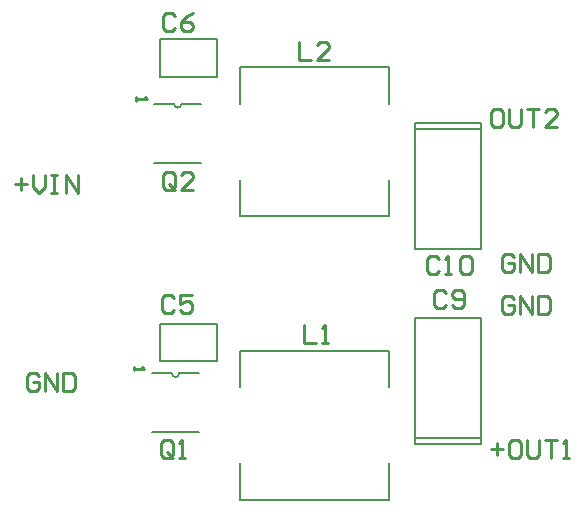
<source format=gto>
G04*
G04 #@! TF.GenerationSoftware,Altium Limited,Altium Designer,24.1.2 (44)*
G04*
G04 Layer_Color=65535*
%FSLAX44Y44*%
%MOMM*%
G71*
G04*
G04 #@! TF.SameCoordinates,484C763D-0509-4B11-89FF-D8E859C25604*
G04*
G04*
G04 #@! TF.FilePolarity,Positive*
G04*
G01*
G75*
%ADD10C,0.2000*%
%ADD11C,0.2540*%
D10*
X151825Y174000D02*
G03*
X158175Y174000I3175J0D01*
G01*
X153825Y402000D02*
G03*
X160175Y402000I3175J0D01*
G01*
X135000Y174000D02*
X151825D01*
X158175D02*
X175000D01*
X135000Y124000D02*
X175000D01*
X137000Y352000D02*
X177000D01*
X160175Y402000D02*
X177000D01*
X137000D02*
X153825D01*
X358000Y381000D02*
X414000D01*
Y279000D02*
Y381000D01*
X358000Y279000D02*
X414000D01*
X358000D02*
Y381000D01*
Y386000D02*
X414000D01*
Y381000D02*
Y386000D01*
X358000Y381000D02*
Y386000D01*
X210000Y162000D02*
Y193000D01*
X336000Y162000D02*
Y193000D01*
X210000Y67000D02*
Y98000D01*
X336000Y67000D02*
Y98000D01*
X210000Y67000D02*
X336000D01*
X210000Y193000D02*
X336000D01*
X190000Y425000D02*
Y457000D01*
X142000Y425000D02*
X190000D01*
X142000D02*
Y457000D01*
X190000D01*
X358000Y119000D02*
X414000D01*
X358000D02*
Y221000D01*
X414000D01*
Y119000D02*
Y221000D01*
X358000Y114000D02*
X414000D01*
X358000D02*
Y119000D01*
X414000Y114000D02*
Y119000D01*
X336000Y307000D02*
Y338000D01*
X210000Y307000D02*
Y338000D01*
X336000Y402000D02*
Y433000D01*
X210000Y402000D02*
Y433000D01*
X336000D01*
X210000Y307000D02*
X336000D01*
X142000Y184000D02*
X190000D01*
Y216000D01*
X142000D02*
X190000D01*
X142000Y184000D02*
Y216000D01*
D11*
X119540Y179460D02*
Y176461D01*
Y177961D01*
X128537D01*
X127038Y179460D01*
X121540Y407460D02*
Y404461D01*
Y405961D01*
X130537D01*
X129038Y407460D01*
X378113Y271078D02*
X375574Y273617D01*
X370495D01*
X367956Y271078D01*
Y260922D01*
X370495Y258382D01*
X375574D01*
X378113Y260922D01*
X383191Y258382D02*
X388270D01*
X385730D01*
Y273617D01*
X383191Y271078D01*
X395887D02*
X398426Y273617D01*
X403505D01*
X406044Y271078D01*
Y260922D01*
X403505Y258382D01*
X398426D01*
X395887Y260922D01*
Y271078D01*
X430158Y397775D02*
X425079D01*
X422540Y395236D01*
Y385079D01*
X425079Y382540D01*
X430158D01*
X432697Y385079D01*
Y395236D01*
X430158Y397775D01*
X437775D02*
Y385079D01*
X440314Y382540D01*
X445393D01*
X447932Y385079D01*
Y397775D01*
X453010D02*
X463167D01*
X458088D01*
Y382540D01*
X478402D02*
X468245D01*
X478402Y392697D01*
Y395236D01*
X475863Y397775D01*
X470784D01*
X468245Y395236D01*
X441697Y272236D02*
X439157Y274775D01*
X434079D01*
X431540Y272236D01*
Y262079D01*
X434079Y259540D01*
X439157D01*
X441697Y262079D01*
Y267157D01*
X436618D01*
X446775Y259540D02*
Y274775D01*
X456932Y259540D01*
Y274775D01*
X462010D02*
Y259540D01*
X469628D01*
X472167Y262079D01*
Y272236D01*
X469628Y274775D01*
X462010D01*
X441697Y237236D02*
X439157Y239775D01*
X434079D01*
X431540Y237236D01*
Y227079D01*
X434079Y224540D01*
X439157D01*
X441697Y227079D01*
Y232157D01*
X436618D01*
X446775Y224540D02*
Y239775D01*
X456932Y224540D01*
Y239775D01*
X462010D02*
Y224540D01*
X469628D01*
X472167Y227079D01*
Y237236D01*
X469628Y239775D01*
X462010D01*
X422540Y110157D02*
X432697D01*
X427618Y115236D02*
Y105079D01*
X445393Y117775D02*
X440314D01*
X437775Y115236D01*
Y105079D01*
X440314Y102540D01*
X445393D01*
X447932Y105079D01*
Y115236D01*
X445393Y117775D01*
X453010D02*
Y105079D01*
X455549Y102540D01*
X460628D01*
X463167Y105079D01*
Y117775D01*
X468245D02*
X478402D01*
X473324D01*
Y102540D01*
X483480D02*
X488559D01*
X486020D01*
Y117775D01*
X483480Y115236D01*
X39697Y171236D02*
X37157Y173775D01*
X32079D01*
X29540Y171236D01*
Y161079D01*
X32079Y158540D01*
X37157D01*
X39697Y161079D01*
Y166157D01*
X34618D01*
X44775Y158540D02*
Y173775D01*
X54932Y158540D01*
Y173775D01*
X60010D02*
Y158540D01*
X67628D01*
X70167Y161079D01*
Y171236D01*
X67628Y173775D01*
X60010D01*
X19540Y334157D02*
X29697D01*
X24618Y339236D02*
Y329079D01*
X34775Y341775D02*
Y331618D01*
X39853Y326540D01*
X44932Y331618D01*
Y341775D01*
X50010D02*
X55089D01*
X52549D01*
Y326540D01*
X50010D01*
X55089D01*
X62706D02*
Y341775D01*
X72863Y326540D01*
Y341775D01*
X263843Y214618D02*
Y199382D01*
X274000D01*
X279078D02*
X284157D01*
X281618D01*
Y214618D01*
X279078Y212078D01*
X153000Y104922D02*
Y115078D01*
X150461Y117618D01*
X145382D01*
X142843Y115078D01*
Y104922D01*
X145382Y102382D01*
X150461D01*
X147922Y107461D02*
X153000Y102382D01*
X150461D02*
X153000Y104922D01*
X158078Y102382D02*
X163157D01*
X160618D01*
Y117618D01*
X158078Y115078D01*
X154461Y476078D02*
X151922Y478618D01*
X146843D01*
X144304Y476078D01*
Y465922D01*
X146843Y463382D01*
X151922D01*
X154461Y465922D01*
X169696Y478618D02*
X164618Y476078D01*
X159539Y471000D01*
Y465922D01*
X162078Y463382D01*
X167157D01*
X169696Y465922D01*
Y468461D01*
X167157Y471000D01*
X159539D01*
X154461Y331922D02*
Y342078D01*
X151922Y344618D01*
X146843D01*
X144304Y342078D01*
Y331922D01*
X146843Y329383D01*
X151922D01*
X149382Y334461D02*
X154461Y329383D01*
X151922D02*
X154461Y331922D01*
X169696Y329383D02*
X159539D01*
X169696Y339539D01*
Y342078D01*
X167157Y344618D01*
X162078D01*
X159539Y342078D01*
X384461Y242078D02*
X381922Y244618D01*
X376843D01*
X374304Y242078D01*
Y231922D01*
X376843Y229382D01*
X381922D01*
X384461Y231922D01*
X389539D02*
X392078Y229382D01*
X397157D01*
X399696Y231922D01*
Y242078D01*
X397157Y244618D01*
X392078D01*
X389539Y242078D01*
Y239539D01*
X392078Y237000D01*
X399696D01*
X259304Y454618D02*
Y439383D01*
X269461D01*
X284696D02*
X274539D01*
X284696Y449539D01*
Y452078D01*
X282157Y454618D01*
X277078D01*
X274539Y452078D01*
X153791Y237356D02*
X151251Y239895D01*
X146173D01*
X143634Y237356D01*
Y227199D01*
X146173Y224660D01*
X151251D01*
X153791Y227199D01*
X169026Y239895D02*
X158869D01*
Y232278D01*
X163947Y234817D01*
X166487D01*
X169026Y232278D01*
Y227199D01*
X166487Y224660D01*
X161408D01*
X158869Y227199D01*
M02*

</source>
